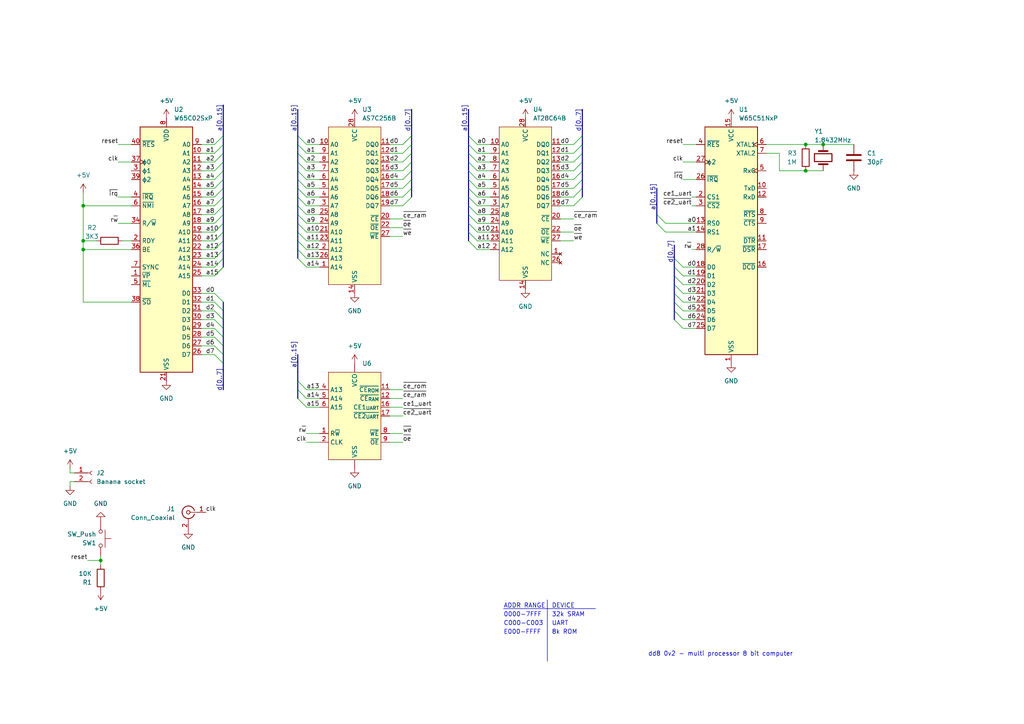
<source format=kicad_sch>
(kicad_sch (version 20230121) (generator eeschema)
  (paper "A4")
  (lib_symbols
    (symbol "Connector:Conn_01x02_Socket" (pin_names (offset 1.016) hide)
      (property "Reference" "J" (at 0 2.54 0))
      (property "Value" "Conn_01x02_Socket" (at 0 -5.08 0))
      (symbol "Conn_01x02_Socket_1_1"
        (arc (start 0 -2.032) (mid -0.5058 -2.54) (end 0 -3.048) (stroke (width 0.1524)))
        (polyline (pts (xy -1.27 -2.54) (xy -0.508 -2.54)) (stroke (width 0.1524)))
        (polyline (pts (xy -1.27 0) (xy -0.508 0)) (stroke (width 0.1524)))
        (arc (start 0 0.508) (mid -0.5058 0) (end 0 -0.508) (stroke (width 0.1524)))
        (pin passive line (at -5.08 0 0) (length 3.81) (name "Pin_1") (number "1"))
        (pin passive line (at -5.08 -2.54 0) (length 3.81) (name "Pin_2") (number "2"))
      )
    )
    (symbol "Connector:Conn_Coaxial" (pin_names (offset 1.016) hide)
      (property "Reference" "J" (at 0.254 3.048 0))
      (property "Value" "Conn_Coaxial" (at 2.921 0 90))
      (symbol "Conn_Coaxial_0_1"
        (arc (start -1.778 -0.508) (mid 0.2311 -1.8066) (end 1.778 0) (stroke (width 0.254)))
        (polyline (pts (xy -2.54 0) (xy -0.508 0)))
        (polyline (pts (xy 0 -2.54) (xy 0 -1.778)))
        (circle (center 0 0) (radius 0.508) (stroke (width 0.2032)))
        (arc (start 1.778 0) (mid 0.2099 1.8101) (end -1.778 0.508) (stroke (width 0.254)))
      )
      (symbol "Conn_Coaxial_1_1"
        (pin passive line (at -5.08 0 0) (length 2.54) (name "In") (number "1"))
        (pin passive line (at 0 -5.08 90) (length 2.54) (name "Ext") (number "2"))
      )
    )
    (symbol "Device:C" (pin_numbers hide) (pin_names (offset 0.254))
      (property "Reference" "C" (at 0.635 2.54 0))
      (property "Value" "C" (at 0.635 -2.54 0))
      (symbol "C_0_1"
        (polyline (pts (xy -2.032 -0.762) (xy 2.032 -0.762)) (stroke (width 0.508)))
        (polyline (pts (xy -2.032 0.762) (xy 2.032 0.762)) (stroke (width 0.508)))
      )
      (symbol "C_1_1"
        (pin passive line (at 0 3.81 270) (length 2.794) (name "~") (number "1"))
        (pin passive line (at 0 -3.81 90) (length 2.794) (name "~") (number "2"))
      )
    )
    (symbol "Device:Crystal" (pin_numbers hide) (pin_names (offset 1.016) hide)
      (property "Reference" "Y" (at 0 3.81 0))
      (property "Value" "Crystal" (at 0 -3.81 0))
      (symbol "Crystal_0_1"
        (rectangle (start -1.143 2.54) (end 1.143 -2.54) (stroke (width 0.3048)))
        (polyline (pts (xy -2.54 0) (xy -1.905 0)))
        (polyline (pts (xy -1.905 -1.27) (xy -1.905 1.27)) (stroke (width 0.508)))
        (polyline (pts (xy 1.905 -1.27) (xy 1.905 1.27)) (stroke (width 0.508)))
        (polyline (pts (xy 2.54 0) (xy 1.905 0)))
      )
      (symbol "Crystal_1_1"
        (pin passive line (at -3.81 0 0) (length 1.27) (name "1") (number "1"))
        (pin passive line (at 3.81 0 180) (length 1.27) (name "2") (number "2"))
      )
    )
    (symbol "Device:R" (pin_numbers hide) (pin_names (offset 0))
      (property "Reference" "R" (at 2.032 0 90))
      (property "Value" "R" (at 0 0 90))
      (symbol "R_0_1"
        (rectangle (start -1.016 -2.54) (end 1.016 2.54) (stroke (width 0.254)))
      )
      (symbol "R_1_1"
        (pin passive line (at 0 3.81 270) (length 1.27) (name "~") (number "1"))
        (pin passive line (at 0 -3.81 90) (length 1.27) (name "~") (number "2"))
      )
    )
    (symbol "PCM_65xx-library:W65C02SxP"
      (property "Reference" "U" (at 2.54 40.64 0))
      (property "Value" "W65C02SxP" (at 2.54 38.1 0))
      (symbol "W65C02SxP_0_1"
        (rectangle (start -7.62 35.56) (end 7.62 -35.56) (stroke (width 0.254)) (fill (type background)))
      )
      (symbol "W65C02SxP_1_1"
        (pin output line (at -10.16 -7.62 0) (length 2.54) (name "~{VP}") (number "1"))
        (pin tri_state line (at 10.16 27.94 180) (length 2.54) (name "A1") (number "10"))
        (pin tri_state line (at 10.16 25.4 180) (length 2.54) (name "A2") (number "11"))
        (pin tri_state line (at 10.16 22.86 180) (length 2.54) (name "A3") (number "12"))
        (pin tri_state line (at 10.16 20.32 180) (length 2.54) (name "A4") (number "13"))
        (pin tri_state line (at 10.16 17.78 180) (length 2.54) (name "A5") (number "14"))
        (pin tri_state line (at 10.16 15.24 180) (length 2.54) (name "A6") (number "15"))
        (pin tri_state line (at 10.16 12.7 180) (length 2.54) (name "A7") (number "16"))
        (pin tri_state line (at 10.16 10.16 180) (length 2.54) (name "A8") (number "17"))
        (pin tri_state line (at 10.16 7.62 180) (length 2.54) (name "A9") (number "18"))
        (pin tri_state line (at 10.16 5.08 180) (length 2.54) (name "A10") (number "19"))
        (pin open_collector line (at -10.16 2.54 0) (length 2.54) (name "RDY") (number "2"))
        (pin tri_state line (at 10.16 2.54 180) (length 2.54) (name "A11") (number "20"))
        (pin power_in line (at 0 -38.1 90) (length 2.54) (name "VSS") (number "21"))
        (pin tri_state line (at 10.16 0 180) (length 2.54) (name "A12") (number "22"))
        (pin tri_state line (at 10.16 -2.54 180) (length 2.54) (name "A13") (number "23"))
        (pin tri_state line (at 10.16 -5.08 180) (length 2.54) (name "A14") (number "24"))
        (pin tri_state line (at 10.16 -7.62 180) (length 2.54) (name "A15") (number "25"))
        (pin bidirectional line (at 10.16 -30.48 180) (length 2.54) (name "D7") (number "26"))
        (pin bidirectional line (at 10.16 -27.94 180) (length 2.54) (name "D6") (number "27"))
        (pin bidirectional line (at 10.16 -25.4 180) (length 2.54) (name "D5") (number "28"))
        (pin bidirectional line (at 10.16 -22.86 180) (length 2.54) (name "D4") (number "29"))
        (pin output line (at -10.16 22.86 0) (length 2.54) (name "ϕ1") (number "3"))
        (pin bidirectional line (at 10.16 -20.32 180) (length 2.54) (name "D3") (number "30"))
        (pin bidirectional line (at 10.16 -17.78 180) (length 2.54) (name "D2") (number "31"))
        (pin bidirectional line (at 10.16 -15.24 180) (length 2.54) (name "D1") (number "32"))
        (pin bidirectional line (at 10.16 -12.7 180) (length 2.54) (name "D0") (number "33"))
        (pin tri_state line (at -10.16 7.62 0) (length 2.54) (name "R/~{W}") (number "34"))
        (pin no_connect non_logic (at -7.62 -30.48 0) (length 2.54) hide (name "nc") (number "35"))
        (pin input line (at -10.16 0 0) (length 2.54) (name "BE") (number "36"))
        (pin input clock (at -10.16 25.4 0) (length 2.54) (name "ϕ0") (number "37"))
        (pin input line (at -10.16 -15.24 0) (length 2.54) (name "~{SO}") (number "38"))
        (pin output line (at -10.16 20.32 0) (length 2.54) (name "ϕ2") (number "39"))
        (pin input line (at -10.16 15.24 0) (length 2.54) (name "~{IRQ}") (number "4"))
        (pin input line (at -10.16 30.48 0) (length 2.54) (name "~{RES}") (number "40"))
        (pin output line (at -10.16 -10.16 0) (length 2.54) (name "~{ML}") (number "5"))
        (pin input line (at -10.16 12.7 0) (length 2.54) (name "~{NMI}") (number "6"))
        (pin output line (at -10.16 -5.08 0) (length 2.54) (name "SYNC") (number "7"))
        (pin power_in line (at 0 38.1 270) (length 2.54) (name "VDD") (number "8"))
        (pin tri_state line (at 10.16 30.48 180) (length 2.54) (name "A0") (number "9"))
      )
    )
    (symbol "PCM_65xx-library:W65C51NxP"
      (property "Reference" "U" (at 2.54 38.1 0))
      (property "Value" "W65C51NxP" (at 2.54 35.56 0))
      (symbol "W65C51NxP_0_1"
        (rectangle (start -7.62 33.02) (end 7.62 -33.02) (stroke (width 0.254)) (fill (type background)))
      )
      (symbol "W65C51NxP_1_1"
        (pin power_in line (at 0 -35.56 90) (length 2.54) (name "VSS") (number "1"))
        (pin output line (at 10.16 15.24 180) (length 2.54) (name "TxD") (number "10"))
        (pin output line (at 10.16 0 180) (length 2.54) (name "~{DTR}") (number "11"))
        (pin input line (at 10.16 12.7 180) (length 2.54) (name "RxD") (number "12"))
        (pin input line (at -10.16 5.08 0) (length 2.54) (name "RS0") (number "13"))
        (pin input line (at -10.16 2.54 0) (length 2.54) (name "RS1") (number "14"))
        (pin power_in line (at 0 35.56 270) (length 2.54) (name "VCC") (number "15"))
        (pin input line (at 10.16 -7.62 180) (length 2.54) (name "~{DCD}") (number "16"))
        (pin input line (at 10.16 -2.54 180) (length 2.54) (name "~{DSR}") (number "17"))
        (pin bidirectional line (at -10.16 -7.62 0) (length 2.54) (name "D0") (number "18"))
        (pin bidirectional line (at -10.16 -10.16 0) (length 2.54) (name "D1") (number "19"))
        (pin input line (at -10.16 12.7 0) (length 2.54) (name "CS1") (number "2"))
        (pin bidirectional line (at -10.16 -12.7 0) (length 2.54) (name "D2") (number "20"))
        (pin bidirectional line (at -10.16 -15.24 0) (length 2.54) (name "D3") (number "21"))
        (pin bidirectional line (at -10.16 -17.78 0) (length 2.54) (name "D4") (number "22"))
        (pin bidirectional line (at -10.16 -20.32 0) (length 2.54) (name "D5") (number "23"))
        (pin bidirectional line (at -10.16 -22.86 0) (length 2.54) (name "D6") (number "24"))
        (pin bidirectional line (at -10.16 -25.4 0) (length 2.54) (name "D7") (number "25"))
        (pin open_collector line (at -10.16 17.78 0) (length 2.54) (name "~{IRQ}") (number "26"))
        (pin input clock (at -10.16 22.86 0) (length 2.54) (name "ϕ2") (number "27"))
        (pin input line (at -10.16 -2.54 0) (length 2.54) (name "R/~{W}") (number "28"))
        (pin input line (at -10.16 10.16 0) (length 2.54) (name "~{CS2}") (number "3"))
        (pin input line (at -10.16 27.94 0) (length 2.54) (name "~{RES}") (number "4"))
        (pin bidirectional clock (at 10.16 20.32 180) (length 2.54) (name "RxC") (number "5"))
        (pin input clock (at 10.16 27.94 180) (length 2.54) (name "XTAL1") (number "6"))
        (pin output line (at 10.16 25.4 180) (length 2.54) (name "XTAL2") (number "7"))
        (pin output line (at 10.16 7.62 180) (length 2.54) (name "~{RTS}") (number "8"))
        (pin input line (at 10.16 5.08 180) (length 2.54) (name "~{CTS}") (number "9"))
      )
    )
    (symbol "Switch:SW_Push" (pin_numbers hide) (pin_names (offset 1.016) hide)
      (property "Reference" "SW" (at 1.27 2.54 0))
      (property "Value" "SW_Push" (at 0 -1.524 0))
      (symbol "SW_Push_0_1"
        (circle (center -2.032 0) (radius 0.508))
        (polyline (pts (xy 0 1.27) (xy 0 3.048)))
        (polyline (pts (xy 2.54 1.27) (xy -2.54 1.27)))
        (circle (center 2.032 0) (radius 0.508))
        (pin passive line (at -5.08 0 0) (length 2.54) (name "1") (number "1"))
        (pin passive line (at 5.08 0 180) (length 2.54) (name "2") (number "2"))
      )
    )
    (symbol "dd8_components_library:AS7C256B"
      (property "Reference" "U" (at 2.54 25.4 0))
      (property "Value" "AS7C256B" (at 6.35 22.86 0))
      (symbol "AS7C256B_1_1"
        (rectangle (start -7.62 21.59) (end 7.62 -24.13) (fill (type background)))
        (pin input line (at -10.16 -19.05 0) (length 2.54) (name "A14") (number "1"))
        (pin input line (at -10.16 16.51 0) (length 2.54) (name "A0") (number "10"))
        (pin tri_state line (at 10.16 16.51 180) (length 2.54) (name "DQ0") (number "11"))
        (pin tri_state line (at 10.16 13.97 180) (length 2.54) (name "DQ1") (number "12"))
        (pin tri_state line (at 10.16 11.43 180) (length 2.54) (name "DQ2") (number "13"))
        (pin power_in line (at 0 -26.67 90) (length 2.54) (name "VSS") (number "14"))
        (pin tri_state line (at 10.16 8.89 180) (length 2.54) (name "DQ3") (number "15"))
        (pin tri_state line (at 10.16 6.35 180) (length 2.54) (name "DQ4") (number "16"))
        (pin tri_state line (at 10.16 3.81 180) (length 2.54) (name "DQ5") (number "17"))
        (pin tri_state line (at 10.16 1.27 180) (length 2.54) (name "DQ6") (number "18"))
        (pin tri_state line (at 10.16 -1.27 180) (length 2.54) (name "DQ7") (number "19"))
        (pin input line (at -10.16 -13.97 0) (length 2.54) (name "A12") (number "2"))
        (pin input line (at 10.16 -5.08 180) (length 2.54) (name "~{CE}") (number "20"))
        (pin input line (at -10.16 -8.89 0) (length 2.54) (name "A10") (number "21"))
        (pin input line (at 10.16 -7.62 180) (length 2.54) (name "~{OE}") (number "22"))
        (pin input line (at -10.16 -11.43 0) (length 2.54) (name "A11") (number "23"))
        (pin input line (at -10.16 -6.35 0) (length 2.54) (name "A9") (number "24"))
        (pin input line (at -10.16 -3.81 0) (length 2.54) (name "A8") (number "25"))
        (pin input line (at -10.16 -16.51 0) (length 2.54) (name "A13") (number "26"))
        (pin input line (at 10.16 -10.16 180) (length 2.54) (name "~{WE}") (number "27"))
        (pin power_in line (at 0 24.13 270) (length 2.54) (name "VCC") (number "28"))
        (pin input line (at -10.16 -1.27 0) (length 2.54) (name "A7") (number "3"))
        (pin input line (at -10.16 1.27 0) (length 2.54) (name "A6") (number "4"))
        (pin input line (at -10.16 3.81 0) (length 2.54) (name "A5") (number "5"))
        (pin input line (at -10.16 6.35 0) (length 2.54) (name "A4") (number "6"))
        (pin input line (at -10.16 8.89 0) (length 2.54) (name "A3") (number "7"))
        (pin input line (at -10.16 11.43 0) (length 2.54) (name "A2") (number "8"))
        (pin input line (at -10.16 13.97 0) (length 2.54) (name "A1") (number "9"))
      )
    )
    (symbol "dd8_components_library:AT28C64B"
      (property "Reference" "U" (at 2.54 24.13 0))
      (property "Value" "AT28C64B" (at 6.35 21.59 0))
      (symbol "AT28C64B_1_1"
        (rectangle (start -7.62 19.05) (end 7.62 -25.4) (fill (type background)))
        (pin no_connect line (at 10.16 -17.78 180) (length 2.54) (name "NC") (number "1"))
        (pin input line (at -10.16 13.97 0) (length 2.54) (name "A0") (number "10"))
        (pin tri_state line (at 10.16 13.97 180) (length 2.54) (name "DQ0") (number "11"))
        (pin tri_state line (at 10.16 11.43 180) (length 2.54) (name "DQ1") (number "12"))
        (pin tri_state line (at 10.16 8.89 180) (length 2.54) (name "DQ2") (number "13"))
        (pin power_in line (at 0 -27.94 90) (length 2.54) (name "VSS") (number "14"))
        (pin tri_state line (at 10.16 6.35 180) (length 2.54) (name "DQ3") (number "15"))
        (pin tri_state line (at 10.16 3.81 180) (length 2.54) (name "DQ4") (number "16"))
        (pin tri_state line (at 10.16 1.27 180) (length 2.54) (name "DQ5") (number "17"))
        (pin tri_state line (at 10.16 -1.27 180) (length 2.54) (name "DQ6") (number "18"))
        (pin tri_state line (at 10.16 -3.81 180) (length 2.54) (name "DQ7") (number "19"))
        (pin input line (at -10.16 -16.51 0) (length 2.54) (name "A12") (number "2"))
        (pin input line (at 10.16 -7.62 180) (length 2.54) (name "~{CE}") (number "20"))
        (pin input line (at -10.16 -11.43 0) (length 2.54) (name "A10") (number "21"))
        (pin input line (at 10.16 -11.43 180) (length 2.54) (name "~{OE}") (number "22"))
        (pin input line (at -10.16 -13.97 0) (length 2.54) (name "A11") (number "23"))
        (pin input line (at -10.16 -8.89 0) (length 2.54) (name "A9") (number "24"))
        (pin input line (at -10.16 -6.35 0) (length 2.54) (name "A8") (number "25"))
        (pin no_connect line (at 10.16 -20.32 180) (length 2.54) (name "NC") (number "26"))
        (pin input line (at 10.16 -13.97 180) (length 2.54) (name "~{WE}") (number "27"))
        (pin power_in line (at 0 21.59 270) (length 2.54) (name "VCC") (number "28"))
        (pin input line (at -10.16 -3.81 0) (length 2.54) (name "A7") (number "3"))
        (pin input line (at -10.16 -1.27 0) (length 2.54) (name "A6") (number "4"))
        (pin input line (at -10.16 1.27 0) (length 2.54) (name "A5") (number "5"))
        (pin input line (at -10.16 3.81 0) (length 2.54) (name "A4") (number "6"))
        (pin input line (at -10.16 6.35 0) (length 2.54) (name "A3") (number "7"))
        (pin input line (at -10.16 8.89 0) (length 2.54) (name "A2") (number "8"))
        (pin input line (at -10.16 11.43 0) (length 2.54) (name "A1") (number "9"))
      )
    )
    (symbol "ics_0v2_1"
      (property "Reference" "U" (at 2.54 17.78 0))
      (symbol "ics_0v2_1_1_1"
        (rectangle (start -7.62 12.7) (end 7.62 -12.7) (fill (type background)))
        (pin power_in line (at 0 15.24 270) (length 2.54) (name "VCC") (number ""))
        (pin power_in line (at 0 -15.24 90) (length 2.54) (name "VSS") (number ""))
        (pin input line (at -10.16 -5.08 0) (length 2.54) (name "R~{W}") (number "1"))
        (pin output line (at 10.16 7.62 180) (length 2.54) (name "~{CE_{ROM}}") (number "11"))
        (pin output line (at 10.16 5.08 180) (length 2.54) (name "~{CE_{RAM}}") (number "12"))
        (pin output line (at 10.16 2.54 180) (length 2.54) (name "CE1_{UART}") (number "16"))
        (pin output line (at 10.16 0 180) (length 2.54) (name "~{CE2_{UART}}") (number "17"))
        (pin input line (at -10.16 -7.62 0) (length 2.54) (name "CLK") (number "2"))
        (pin input line (at -10.16 7.62 0) (length 2.54) (name "A13") (number "4"))
        (pin input line (at -10.16 5.08 0) (length 2.54) (name "A14") (number "5"))
        (pin input line (at -10.16 2.54 0) (length 2.54) (name "A15") (number "6"))
        (pin output line (at 10.16 -5.08 180) (length 2.54) (name "~{WE}") (number "8"))
        (pin output line (at 10.16 -7.62 180) (length 2.54) (name "~{OE}") (number "9"))
      )
    )
    (symbol "power:+5V" (power) (pin_names (offset 0))
      (property "Value" "+5V" (at 0 3.556 0))
      (symbol "+5V_0_1"
        (polyline (pts (xy -0.762 1.27) (xy 0 2.54)))
        (polyline (pts (xy 0 0) (xy 0 2.54)))
        (polyline (pts (xy 0 2.54) (xy 0.762 1.27)))
      )
      (symbol "+5V_1_1"
        (pin power_in line (at 0 0 90) (length 0) hide (name "+5V") (number "1"))
      )
    )
    (symbol "power:GND" (power) (pin_names (offset 0))
      (property "Value" "GND" (at 0 -3.81 0))
      (symbol "GND_0_1"
        (polyline (pts (xy 0 0) (xy 0 -1.27) (xy 1.27 -1.27) (xy 0 -2.54) (xy -1.27 -1.27) (xy 0 -1.27)))
      )
      (symbol "GND_1_1"
        (pin power_in line (at 0 0 270) (length 0) hide (name "GND") (number "1"))
      )
    )
  )
  (junction (at 238.76 41.91))
  (junction (at 24.13 69.85))
  (junction (at 233.68 41.91))
  (junction (at 233.68 49.53))
  (junction (at 24.13 59.69))
  (junction (at 24.13 72.39))
  (junction (at 29.21 162.56))
  (bus_entry (at 116.84 59.69) (size 2.54 -2.54))
  (bus_entry (at 86.36 113.03) (size 2.54 2.54))
  (bus_entry (at 116.84 54.61) (size 2.54 -2.54))
  (bus_entry (at 86.36 115.57) (size 2.54 2.54))
  (bus_entry (at 62.23 95.25) (size 2.54 2.54))
  (bus_entry (at 198.12 95.25) (size -2.54 -2.54))
  (bus_entry (at 62.23 67.31) (size 2.54 -2.54))
  (bus_entry (at 166.37 46.99) (size 2.54 -2.54))
  (bus_entry (at 62.23 100.33) (size 2.54 2.54))
  (bus_entry (at 135.89 46.99) (size 2.54 2.54))
  (bus_entry (at 62.23 80.01) (size 2.54 -2.54))
  (bus_entry (at 198.12 85.09) (size -2.54 -2.54))
  (bus_entry (at 86.36 49.53) (size 2.54 2.54))
  (bus_entry (at 198.12 92.71) (size -2.54 -2.54))
  (bus_entry (at 86.36 52.07) (size 2.54 2.54))
  (bus_entry (at 62.23 46.99) (size 2.54 -2.54))
  (bus_entry (at 135.89 41.91) (size 2.54 2.54))
  (bus_entry (at 135.89 39.37) (size 2.54 2.54))
  (bus_entry (at 116.84 41.91) (size 2.54 -2.54))
  (bus_entry (at 62.23 59.69) (size 2.54 -2.54))
  (bus_entry (at 86.36 74.93) (size 2.54 2.54))
  (bus_entry (at 62.23 69.85) (size 2.54 -2.54))
  (bus_entry (at 62.23 64.77) (size 2.54 -2.54))
  (bus_entry (at 135.89 67.31) (size 2.54 2.54))
  (bus_entry (at 62.23 62.23) (size 2.54 -2.54))
  (bus_entry (at 166.37 57.15) (size 2.54 -2.54))
  (bus_entry (at 135.89 49.53) (size 2.54 2.54))
  (bus_entry (at 190.5 64.77) (size 2.54 2.54))
  (bus_entry (at 62.23 41.91) (size 2.54 -2.54))
  (bus_entry (at 135.89 57.15) (size 2.54 2.54))
  (bus_entry (at 62.23 102.87) (size 2.54 2.54))
  (bus_entry (at 86.36 110.49) (size 2.54 2.54))
  (bus_entry (at 166.37 49.53) (size 2.54 -2.54))
  (bus_entry (at 62.23 44.45) (size 2.54 -2.54))
  (bus_entry (at 86.36 69.85) (size 2.54 2.54))
  (bus_entry (at 116.84 49.53) (size 2.54 -2.54))
  (bus_entry (at 86.36 44.45) (size 2.54 2.54))
  (bus_entry (at 135.89 52.07) (size 2.54 2.54))
  (bus_entry (at 116.84 57.15) (size 2.54 -2.54))
  (bus_entry (at 116.84 52.07) (size 2.54 -2.54))
  (bus_entry (at 198.12 87.63) (size -2.54 -2.54))
  (bus_entry (at 135.89 69.85) (size 2.54 2.54))
  (bus_entry (at 166.37 54.61) (size 2.54 -2.54))
  (bus_entry (at 135.89 59.69) (size 2.54 2.54))
  (bus_entry (at 198.12 80.01) (size -2.54 -2.54))
  (bus_entry (at 198.12 77.47) (size -2.54 -2.54))
  (bus_entry (at 166.37 52.07) (size 2.54 -2.54))
  (bus_entry (at 62.23 57.15) (size 2.54 -2.54))
  (bus_entry (at 166.37 44.45) (size 2.54 -2.54))
  (bus_entry (at 135.89 44.45) (size 2.54 2.54))
  (bus_entry (at 86.36 72.39) (size 2.54 2.54))
  (bus_entry (at 198.12 82.55) (size -2.54 -2.54))
  (bus_entry (at 116.84 44.45) (size 2.54 -2.54))
  (bus_entry (at 62.23 74.93) (size 2.54 -2.54))
  (bus_entry (at 62.23 77.47) (size 2.54 -2.54))
  (bus_entry (at 86.36 62.23) (size 2.54 2.54))
  (bus_entry (at 86.36 39.37) (size 2.54 2.54))
  (bus_entry (at 166.37 41.91) (size 2.54 -2.54))
  (bus_entry (at 62.23 97.79) (size 2.54 2.54))
  (bus_entry (at 86.36 41.91) (size 2.54 2.54))
  (bus_entry (at 116.84 46.99) (size 2.54 -2.54))
  (bus_entry (at 62.23 80.01) (size 2.54 -2.54))
  (bus_entry (at 62.23 72.39) (size 2.54 -2.54))
  (bus_entry (at 86.36 67.31) (size 2.54 2.54))
  (bus_entry (at 62.23 85.09) (size 2.54 2.54))
  (bus_entry (at 62.23 54.61) (size 2.54 -2.54))
  (bus_entry (at 62.23 92.71) (size 2.54 2.54))
  (bus_entry (at 86.36 54.61) (size 2.54 2.54))
  (bus_entry (at 86.36 64.77) (size 2.54 2.54))
  (bus_entry (at 135.89 62.23) (size 2.54 2.54))
  (bus_entry (at 135.89 64.77) (size 2.54 2.54))
  (bus_entry (at 62.23 52.07) (size 2.54 -2.54))
  (bus_entry (at 62.23 90.17) (size 2.54 2.54))
  (bus_entry (at 86.36 57.15) (size 2.54 2.54))
  (bus_entry (at 86.36 59.69) (size 2.54 2.54))
  (bus_entry (at 135.89 54.61) (size 2.54 2.54))
  (bus_entry (at 86.36 46.99) (size 2.54 2.54))
  (bus_entry (at 62.23 87.63) (size 2.54 2.54))
  (bus_entry (at 166.37 59.69) (size 2.54 -2.54))
  (bus_entry (at 198.12 90.17) (size -2.54 -2.54))
  (bus_entry (at 190.5 62.23) (size 2.54 2.54))
  (bus_entry (at 62.23 49.53) (size 2.54 -2.54))
  (bus (pts (xy 64.77 90.17) (xy 64.77 92.71)))
  (wire (pts (xy 88.9 77.47) (xy 92.71 77.47)))
  (wire (pts (xy 88.9 72.39) (xy 92.71 72.39)))
  (wire (pts (xy 162.56 49.53) (xy 166.37 49.53)))
  (wire (pts (xy 88.9 44.45) (xy 92.71 44.45)))
  (wire (pts (xy 58.42 62.23) (xy 62.23 62.23)))
  (wire (pts (xy 162.56 52.07) (xy 166.37 52.07)))
  (bus (pts (xy 86.36 110.49) (xy 86.36 113.03)))
  (wire (pts (xy 20.32 139.7) (xy 20.32 140.97)))
  (bus (pts (xy 64.77 74.93) (xy 64.77 72.39)))
  (wire (pts (xy 34.29 57.15) (xy 38.1 57.15)))
  (wire (pts (xy 58.42 102.87) (xy 62.23 102.87)))
  (wire (pts (xy 24.13 72.39) (xy 38.1 72.39)))
  (bus (pts (xy 64.77 54.61) (xy 64.77 52.07)))
  (bus (pts (xy 135.89 54.61) (xy 135.89 57.15)))
  (wire (pts (xy 138.43 72.39) (xy 142.24 72.39)))
  (wire (pts (xy 24.13 72.39) (xy 24.13 87.63)))
  (wire (pts (xy 88.9 69.85) (xy 92.71 69.85)))
  (wire (pts (xy 113.03 128.27) (xy 116.84 128.27)))
  (bus (pts (xy 86.36 57.15) (xy 86.36 59.69)))
  (wire (pts (xy 58.42 72.39) (xy 62.23 72.39)))
  (wire (pts (xy 88.9 128.27) (xy 92.71 128.27)))
  (bus (pts (xy 64.77 64.77) (xy 64.77 62.23)))
  (wire (pts (xy 113.03 54.61) (xy 116.84 54.61)))
  (wire (pts (xy 58.42 74.93) (xy 62.23 74.93)))
  (wire (pts (xy 113.03 115.57) (xy 116.84 115.57)))
  (wire (pts (xy 58.42 100.33) (xy 62.23 100.33)))
  (bus (pts (xy 135.89 52.07) (xy 135.89 54.61)))
  (wire (pts (xy 58.42 95.25) (xy 62.23 95.25)))
  (bus (pts (xy 190.5 62.23) (xy 190.5 64.77)))
  (wire (pts (xy 138.43 41.91) (xy 142.24 41.91)))
  (bus (pts (xy 64.77 49.53) (xy 64.77 46.99)))
  (bus (pts (xy 64.77 72.39) (xy 64.77 69.85)))
  (bus (pts (xy 168.91 39.37) (xy 168.91 41.91)))
  (wire (pts (xy 58.42 52.07) (xy 62.23 52.07)))
  (wire (pts (xy 88.9 74.93) (xy 92.71 74.93)))
  (wire (pts (xy 226.06 49.53) (xy 233.68 49.53)))
  (wire (pts (xy 24.13 55.88) (xy 24.13 59.69)))
  (wire (pts (xy 88.9 54.61) (xy 92.71 54.61)))
  (polyline (pts (xy 158.75 173.99) (xy 158.75 191.77)))
  (wire (pts (xy 35.56 69.85) (xy 38.1 69.85)))
  (wire (pts (xy 29.21 163.83) (xy 29.21 162.56)))
  (wire (pts (xy 34.29 64.77) (xy 38.1 64.77)))
  (wire (pts (xy 198.12 46.99) (xy 201.93 46.99)))
  (bus (pts (xy 119.38 49.53) (xy 119.38 52.07)))
  (wire (pts (xy 200.66 72.39) (xy 201.93 72.39)))
  (bus (pts (xy 86.36 72.39) (xy 86.36 74.93)))
  (wire (pts (xy 201.93 82.55) (xy 198.12 82.55)))
  (polyline (pts (xy 146.05 176.53) (xy 172.72 176.53)))
  (wire (pts (xy 113.03 41.91) (xy 116.84 41.91)))
  (wire (pts (xy 113.03 46.99) (xy 116.84 46.99)))
  (bus (pts (xy 135.89 57.15) (xy 135.89 59.69)))
  (wire (pts (xy 201.93 77.47) (xy 198.12 77.47)))
  (wire (pts (xy 138.43 69.85) (xy 142.24 69.85)))
  (bus (pts (xy 86.36 59.69) (xy 86.36 62.23)))
  (wire (pts (xy 58.42 57.15) (xy 62.23 57.15)))
  (bus (pts (xy 195.58 77.47) (xy 195.58 80.01)))
  (bus (pts (xy 86.36 107.95) (xy 86.36 110.49)))
  (bus (pts (xy 119.38 31.75) (xy 119.38 39.37)))
  (bus (pts (xy 195.58 87.63) (xy 195.58 90.17)))
  (wire (pts (xy 201.93 92.71) (xy 198.12 92.71)))
  (wire (pts (xy 88.9 46.99) (xy 92.71 46.99)))
  (bus (pts (xy 64.77 57.15) (xy 64.77 54.61)))
  (wire (pts (xy 113.03 120.65) (xy 116.84 120.65)))
  (wire (pts (xy 58.42 44.45) (xy 62.23 44.45)))
  (wire (pts (xy 113.03 59.69) (xy 116.84 59.69)))
  (bus (pts (xy 135.89 46.99) (xy 135.89 49.53)))
  (bus (pts (xy 86.36 54.61) (xy 86.36 57.15)))
  (wire (pts (xy 233.68 49.53) (xy 238.76 49.53)))
  (bus (pts (xy 64.77 30.48) (xy 64.77 39.37)))
  (wire (pts (xy 201.93 95.25) (xy 198.12 95.25)))
  (wire (pts (xy 88.9 52.07) (xy 92.71 52.07)))
  (bus (pts (xy 86.36 49.53) (xy 86.36 52.07)))
  (bus (pts (xy 168.91 41.91) (xy 168.91 44.45)))
  (bus (pts (xy 168.91 52.07) (xy 168.91 54.61)))
  (wire (pts (xy 113.03 49.53) (xy 116.84 49.53)))
  (bus (pts (xy 64.77 102.87) (xy 64.77 105.41)))
  (wire (pts (xy 58.42 90.17) (xy 62.23 90.17)))
  (bus (pts (xy 86.36 52.07) (xy 86.36 54.61)))
  (wire (pts (xy 138.43 52.07) (xy 142.24 52.07)))
  (wire (pts (xy 88.9 67.31) (xy 92.71 67.31)))
  (wire (pts (xy 138.43 64.77) (xy 142.24 64.77)))
  (bus (pts (xy 86.36 44.45) (xy 86.36 46.99)))
  (wire (pts (xy 113.03 118.11) (xy 116.84 118.11)))
  (wire (pts (xy 58.42 46.99) (xy 62.23 46.99)))
  (bus (pts (xy 86.36 69.85) (xy 86.36 72.39)))
  (wire (pts (xy 58.42 87.63) (xy 62.23 87.63)))
  (bus (pts (xy 135.89 67.31) (xy 135.89 69.85)))
  (wire (pts (xy 162.56 44.45) (xy 166.37 44.45)))
  (wire (pts (xy 138.43 54.61) (xy 142.24 54.61)))
  (bus (pts (xy 64.77 59.69) (xy 64.77 57.15)))
  (wire (pts (xy 138.43 44.45) (xy 142.24 44.45)))
  (wire (pts (xy 193.04 67.31) (xy 201.93 67.31)))
  (wire (pts (xy 193.04 64.77) (xy 201.93 64.77)))
  (bus (pts (xy 195.58 82.55) (xy 195.58 85.09)))
  (bus (pts (xy 64.77 100.33) (xy 64.77 102.87)))
  (bus (pts (xy 190.5 54.61) (xy 190.5 62.23)))
  (wire (pts (xy 113.03 125.73) (xy 116.84 125.73)))
  (wire (pts (xy 88.9 62.23) (xy 92.71 62.23)))
  (wire (pts (xy 162.56 41.91) (xy 166.37 41.91)))
  (bus (pts (xy 195.58 71.12) (xy 195.58 74.93)))
  (bus (pts (xy 135.89 59.69) (xy 135.89 62.23)))
  (wire (pts (xy 201.93 80.01) (xy 198.12 80.01)))
  (wire (pts (xy 113.03 113.03) (xy 116.84 113.03)))
  (wire (pts (xy 226.06 44.45) (xy 226.06 49.53)))
  (wire (pts (xy 88.9 113.03) (xy 92.71 113.03)))
  (wire (pts (xy 162.56 59.69) (xy 166.37 59.69)))
  (bus (pts (xy 135.89 49.53) (xy 135.89 52.07)))
  (bus (pts (xy 168.91 49.53) (xy 168.91 52.07)))
  (bus (pts (xy 119.38 39.37) (xy 119.38 41.91)))
  (bus (pts (xy 64.77 92.71) (xy 64.77 95.25)))
  (bus (pts (xy 86.36 102.87) (xy 86.36 107.95)))
  (bus (pts (xy 135.89 31.75) (xy 135.89 39.37)))
  (bus (pts (xy 119.38 54.61) (xy 119.38 57.15)))
  (wire (pts (xy 88.9 49.53) (xy 92.71 49.53)))
  (wire (pts (xy 21.59 137.16) (xy 20.32 137.16)))
  (bus (pts (xy 195.58 90.17) (xy 195.58 92.71)))
  (wire (pts (xy 201.93 87.63) (xy 198.12 87.63)))
  (wire (pts (xy 21.59 139.7) (xy 20.32 139.7)))
  (bus (pts (xy 195.58 74.93) (xy 195.58 77.47)))
  (wire (pts (xy 113.03 52.07) (xy 116.84 52.07)))
  (bus (pts (xy 168.91 44.45) (xy 168.91 46.99)))
  (bus (pts (xy 119.38 41.91) (xy 119.38 44.45)))
  (bus (pts (xy 195.58 85.09) (xy 195.58 87.63)))
  (wire (pts (xy 162.56 54.61) (xy 166.37 54.61)))
  (wire (pts (xy 162.56 67.31) (xy 166.37 67.31)))
  (wire (pts (xy 138.43 59.69) (xy 142.24 59.69)))
  (bus (pts (xy 64.77 105.41) (xy 64.77 113.03)))
  (wire (pts (xy 58.42 69.85) (xy 62.23 69.85)))
  (wire (pts (xy 88.9 118.11) (xy 92.71 118.11)))
  (wire (pts (xy 113.03 63.5) (xy 116.84 63.5)))
  (wire (pts (xy 58.42 59.69) (xy 62.23 59.69)))
  (bus (pts (xy 64.77 41.91) (xy 64.77 39.37)))
  (wire (pts (xy 200.66 57.15) (xy 201.93 57.15)))
  (wire (pts (xy 58.42 67.31) (xy 62.23 67.31)))
  (wire (pts (xy 201.93 85.09) (xy 198.12 85.09)))
  (wire (pts (xy 58.42 54.61) (xy 62.23 54.61)))
  (wire (pts (xy 138.43 46.99) (xy 142.24 46.99)))
  (bus (pts (xy 64.77 67.31) (xy 64.77 64.77)))
  (wire (pts (xy 58.42 49.53) (xy 62.23 49.53)))
  (wire (pts (xy 58.42 85.09) (xy 62.23 85.09)))
  (wire (pts (xy 88.9 59.69) (xy 92.71 59.69)))
  (wire (pts (xy 200.66 59.69) (xy 201.93 59.69)))
  (wire (pts (xy 58.42 97.79) (xy 62.23 97.79)))
  (bus (pts (xy 86.36 31.75) (xy 86.36 39.37)))
  (bus (pts (xy 64.77 52.07) (xy 64.77 49.53)))
  (wire (pts (xy 138.43 67.31) (xy 142.24 67.31)))
  (bus (pts (xy 135.89 39.37) (xy 135.89 41.91)))
  (wire (pts (xy 24.13 87.63) (xy 38.1 87.63)))
  (wire (pts (xy 162.56 69.85) (xy 166.37 69.85)))
  (bus (pts (xy 119.38 46.99) (xy 119.38 49.53)))
  (wire (pts (xy 29.21 162.56) (xy 29.21 161.29)))
  (bus (pts (xy 195.58 80.01) (xy 195.58 82.55)))
  (wire (pts (xy 29.21 162.56) (xy 25.4 162.56)))
  (bus (pts (xy 64.77 44.45) (xy 64.77 41.91)))
  (wire (pts (xy 113.03 66.04) (xy 116.84 66.04)))
  (bus (pts (xy 86.36 67.31) (xy 86.36 69.85)))
  (wire (pts (xy 58.42 92.71) (xy 62.23 92.71)))
  (wire (pts (xy 162.56 57.15) (xy 166.37 57.15)))
  (bus (pts (xy 64.77 62.23) (xy 64.77 59.69)))
  (wire (pts (xy 88.9 64.77) (xy 92.71 64.77)))
  (wire (pts (xy 24.13 69.85) (xy 27.94 69.85)))
  (wire (pts (xy 113.03 68.58) (xy 116.84 68.58)))
  (wire (pts (xy 88.9 57.15) (xy 92.71 57.15)))
  (wire (pts (xy 24.13 59.69) (xy 24.13 69.85)))
  (wire (pts (xy 88.9 115.57) (xy 92.71 115.57)))
  (wire (pts (xy 162.56 46.99) (xy 166.37 46.99)))
  (bus (pts (xy 135.89 62.23) (xy 135.89 64.77)))
  (wire (pts (xy 198.12 52.07) (xy 201.93 52.07)))
  (wire (pts (xy 24.13 69.85) (xy 24.13 72.39)))
  (bus (pts (xy 64.77 77.47) (xy 64.77 74.93)))
  (wire (pts (xy 222.25 44.45) (xy 226.06 44.45)))
  (bus (pts (xy 86.36 39.37) (xy 86.36 41.91)))
  (bus (pts (xy 168.91 54.61) (xy 168.91 57.15)))
  (bus (pts (xy 135.89 44.45) (xy 135.89 46.99)))
  (bus (pts (xy 64.77 97.79) (xy 64.77 100.33)))
  (bus (pts (xy 86.36 41.91) (xy 86.36 44.45)))
  (wire (pts (xy 34.29 41.91) (xy 38.1 41.91)))
  (wire (pts (xy 198.12 41.91) (xy 201.93 41.91)))
  (wire (pts (xy 34.29 46.99) (xy 38.1 46.99)))
  (wire (pts (xy 138.43 49.53) (xy 142.24 49.53)))
  (wire (pts (xy 138.43 57.15) (xy 142.24 57.15)))
  (wire (pts (xy 201.93 90.17) (xy 198.12 90.17)))
  (bus (pts (xy 119.38 44.45) (xy 119.38 46.99)))
  (bus (pts (xy 119.38 52.07) (xy 119.38 54.61)))
  (wire (pts (xy 88.9 41.91) (xy 92.71 41.91)))
  (bus (pts (xy 64.77 95.25) (xy 64.77 97.79)))
  (wire (pts (xy 20.32 135.89) (xy 20.32 137.16)))
  (bus (pts (xy 86.36 64.77) (xy 86.36 67.31)))
  (wire (pts (xy 238.76 41.91) (xy 247.65 41.91)))
  (bus (pts (xy 168.91 46.99) (xy 168.91 49.53)))
  (bus (pts (xy 135.89 64.77) (xy 135.89 67.31)))
  (bus (pts (xy 64.77 46.99) (xy 64.77 44.45)))
  (wire (pts (xy 138.43 62.23) (xy 142.24 62.23)))
  (wire (pts (xy 233.68 41.91) (xy 238.76 41.91)))
  (bus (pts (xy 64.77 87.63) (xy 64.77 90.17)))
  (wire (pts (xy 222.25 41.91) (xy 233.68 41.91)))
  (bus (pts (xy 168.91 31.75) (xy 168.91 39.37)))
  (bus (pts (xy 86.36 113.03) (xy 86.36 115.57)))
  (wire (pts (xy 58.42 77.47) (xy 62.23 77.47)))
  (bus (pts (xy 86.36 46.99) (xy 86.36 49.53)))
  (wire (pts (xy 24.13 59.69) (xy 38.1 59.69)))
  (wire (pts (xy 88.9 125.73) (xy 92.71 125.73)))
  (wire (pts (xy 58.42 64.77) (xy 62.23 64.77)))
  (wire (pts (xy 162.56 63.5) (xy 166.37 63.5)))
  (bus (pts (xy 135.89 41.91) (xy 135.89 44.45)))
  (wire (pts (xy 113.03 44.45) (xy 116.84 44.45)))
  (bus (pts (xy 64.77 69.85) (xy 64.77 67.31)))
  (wire (pts (xy 58.42 41.91) (xy 62.23 41.91)))
  (bus (pts (xy 86.36 62.23) (xy 86.36 64.77)))
  (wire (pts (xy 58.42 80.01) (xy 62.23 80.01)))
  (wire (pts (xy 113.03 57.15) (xy 116.84 57.15)))
  (text "C000-C003" (at 146.05 181.61 0) (effects (font (size 1.27 1.27)) (justify left bottom)))
  (text "E000-FFFF" (at 146.05 184.15 0) (effects (font (size 1.27 1.27)) (justify left bottom)))
  (text "32k SRAM" (at 160.02 179.07 0) (effects (font (size 1.27 1.27)) (justify left bottom)))
  (text "dd8 0v2 - multi processor 8 bit computer " (at 187.96 190.5 0) (effects (font (size 1.27 1.27)) (justify left bottom)))
  (text "0000-7FFF" (at 146.05 179.07 0) (effects (font (size 1.27 1.27)) (justify left bottom)))
  (text "ADDR RANGE" (at 146.05 176.53 0) (effects (font (size 1.27 1.27)) (justify left bottom)))
  (text "DEVICE" (at 160.02 176.53 0) (effects (font (size 1.27 1.27)) (justify left bottom)))
  (text "UART" (at 160.02 181.61 0) (effects (font (size 1.27 1.27)) (justify left bottom)))
  (text "8k ROM" (at 160.02 184.15 0) (effects (font (size 1.27 1.27)) (justify left bottom)))
  (label "ce1_uart" (at 200.66 57.15 180))
  (label "a4" (at 59.69 52.07 0))
  (label "d6" (at 113.03 57.15 0))
  (label "a14" (at 59.69 77.47 0))
  (label "d5" (at 113.03 54.61 0))
  (label "a12" (at 59.69 72.39 0))
  (label "d5" (at 59.69 97.79 0))
  (label "d0" (at 201.93 77.47 180))
  (label "a[0..15]" (at 135.89 38.1 90))
  (label "d7" (at 201.93 95.25 180))
  (label "a[0..15]" (at 64.77 38.1 90))
  (label "a4" (at 88.9 52.07 0))
  (label "a[0..15]" (at 86.36 106.68 90))
  (label "~{we}" (at 116.84 68.58 0))
  (label "a3" (at 88.9 49.53 0))
  (label "~{irq}" (at 34.29 57.15 180))
  (label "a14" (at 88.9 115.57 0))
  (label "d1" (at 113.03 44.45 0))
  (label "d5" (at 201.93 90.17 180))
  (label "~{we}" (at 116.84 125.73 0))
  (label "a6" (at 88.9 57.15 0))
  (label "a14" (at 88.9 77.47 0))
  (label "a1" (at 138.43 44.45 0))
  (label "d3" (at 162.56 49.53 0))
  (label "r~{w}" (at 88.9 125.73 180))
  (label "a10" (at 138.43 67.31 0))
  (label "d1" (at 162.56 44.45 0))
  (label "~{ce_ram}" (at 116.84 63.5 0))
  (label "d4" (at 162.56 52.07 0))
  (label "a3" (at 138.43 49.53 0))
  (label "d0" (at 59.69 85.09 0))
  (label "d7" (at 113.03 59.69 0))
  (label "a12" (at 138.43 72.39 0))
  (label "a[0..15]" (at 86.36 38.1 90))
  (label "a8" (at 138.43 62.23 0))
  (label "a10" (at 59.69 67.31 0))
  (label "~{irq}" (at 198.12 52.07 180))
  (label "a5" (at 88.9 54.61 0))
  (label "a15" (at 59.69 80.01 0))
  (label "a10" (at 88.9 67.31 0))
  (label "a4" (at 138.43 52.07 0))
  (label "a9" (at 88.9 64.77 0))
  (label "d0" (at 162.56 41.91 0))
  (label "a11" (at 138.43 69.85 0))
  (label "a12" (at 88.9 72.39 0))
  (label "d6" (at 59.69 100.33 0))
  (label "~{oe}" (at 166.37 67.31 0))
  (label "clk" (at 198.12 46.99 180))
  (label "d6" (at 162.56 57.15 0))
  (label "a13" (at 88.9 74.93 0))
  (label "d[0..7]" (at 168.91 38.1 90))
  (label "a1" (at 199.39 67.31 0))
  (label "d[0..7]" (at 195.58 76.2 90))
  (label "a5" (at 59.69 54.61 0))
  (label "d3" (at 113.03 49.53 0))
  (label "a1" (at 59.69 44.45 0))
  (label "~{ce_rom}" (at 116.84 113.03 0))
  (label "a0" (at 59.69 41.91 0))
  (label "clk" (at 34.29 46.99 180))
  (label "a2" (at 88.9 46.99 0))
  (label "d1" (at 59.69 87.63 0))
  (label "d2" (at 113.03 46.99 0))
  (label "~{ce2_uart}" (at 116.84 120.65 0))
  (label "reset" (at 198.12 41.91 180))
  (label "a13" (at 88.9 113.03 0))
  (label "reset" (at 34.29 41.91 180))
  (label "r~{w}" (at 34.29 64.77 180))
  (label "d5" (at 162.56 54.61 0))
  (label "a9" (at 59.69 64.77 0))
  (label "d1" (at 201.93 80.01 180))
  (label "d3" (at 59.69 92.71 0))
  (label "d2" (at 201.93 82.55 180))
  (label "a9" (at 138.43 64.77 0))
  (label "a8" (at 59.69 62.23 0))
  (label "r~{w}" (at 200.66 72.39 180))
  (label "d7" (at 162.56 59.69 0))
  (label "d6" (at 201.93 92.71 180))
  (label "d4" (at 59.69 95.25 0))
  (label "~{ce_ram}" (at 116.84 115.57 0))
  (label "a[0..15]" (at 190.5 60.96 90))
  (label "d[0..7]" (at 64.77 106.68 270))
  (label "a7" (at 59.69 59.69 0))
  (label "d2" (at 162.56 46.99 0))
  (label "a2" (at 138.43 46.99 0))
  (label "a6" (at 59.69 57.15 0))
  (label "a5" (at 138.43 54.61 0))
  (label "a1" (at 88.9 44.45 0))
  (label "a0" (at 138.43 41.91 0))
  (label "a7" (at 138.43 59.69 0))
  (label "a0" (at 88.9 41.91 0))
  (label "~{oe}" (at 116.84 128.27 0))
  (label "a0" (at 199.39 64.77 0))
  (label "clk" (at 88.9 128.27 180))
  (label "a13" (at 59.69 74.93 0))
  (label "~{oe}" (at 116.84 66.04 0))
  (label "~{ce2_uart}" (at 200.66 59.69 180))
  (label "a3" (at 59.69 49.53 0))
  (label "d4" (at 201.93 87.63 180))
  (label "d0" (at 113.03 41.91 0))
  (label "ce1_uart" (at 116.84 118.11 0))
  (label "a6" (at 138.43 57.15 0))
  (label "d4" (at 113.03 52.07 0))
  (label "d7" (at 59.69 102.87 0))
  (label "a15" (at 88.9 118.11 0))
  (label "a8" (at 88.9 62.23 0))
  (label "~{we}" (at 166.37 69.85 0))
  (label "d3" (at 201.93 85.09 180))
  (label "a11" (at 88.9 69.85 0))
  (label "a2" (at 59.69 46.99 0))
  (label "clk" (at 59.69 148.59 0))
  (label "d2" (at 59.69 90.17 0))
  (label "d[0..7]" (at 119.38 38.1 90))
  (label "a7" (at 88.9 59.69 0))
  (label "a11" (at 59.69 69.85 0))
  (label "reset" (at 25.4 162.56 180))
  (label "~{ce_ram}" (at 166.37 63.5 0))
  (symbol (lib_id "power:GND") (at 152.4 83.82 0) (unit 1)
    (property "Reference" "#PWR03" (effects hide))
    (property "Value" "GND" (at 152.4 88.9 0))
  )
  (symbol (lib_id "power:GND") (at 29.21 151.13 180) (unit 1)
    (property "Reference" "#PWR010" (effects hide))
    (property "Value" "GND" (at 29.21 146.05 0))
  )
  (symbol (lib_id "power:GND") (at 48.26 110.49 0) (unit 1)
    (property "Reference" "#PWR01" (effects hide))
    (property "Value" "GND" (at 48.26 115.57 0))
  )
  (symbol (lib_id "power:+5V") (at 29.21 171.45 180) (unit 1)
    (property "Reference" "#PWR09" (effects hide))
    (property "Value" "+5V" (at 29.21 176.53 0))
  )
  (symbol (lib_id "power:+5V") (at 48.26 34.29 0) (unit 1)
    (property "Reference" "#PWR02" (effects hide))
    (property "Value" "+5V" (at 48.26 29.21 0))
  )
  (symbol (lib_id "power:GND") (at 54.61 153.67 0) (unit 1)
    (property "Reference" "#PWR012" (effects hide))
    (property "Value" "GND" (at 54.61 158.75 0))
  )
  (symbol (lib_id "power:GND") (at 102.87 135.89 0) (unit 1)
    (property "Reference" "#PWR016" (effects hide))
    (property "Value" "GND" (at 102.87 140.97 0))
  )
  (symbol (lib_id "power:+5V") (at 102.87 105.41 0) (unit 1)
    (property "Reference" "#PWR017" (effects hide))
    (property "Value" "+5V" (at 102.87 100.33 0))
  )
  (symbol (lib_id "dd8_components_library:AT28C64B") (at 152.4 55.88 0) (unit 1)
    (property "Reference" "U4" (at 154.5941 31.75 0) (effects (justify left)))
    (property "Value" "AT28C64B" (at 154.5941 34.29 0) (effects (justify left)))
  )
  (symbol (lib_id "power:+5V") (at 152.4 34.29 0) (unit 1)
    (property "Reference" "#PWR04" (effects hide))
    (property "Value" "+5V" (at 152.4 29.21 0))
  )
  (symbol (lib_id "Connector:Conn_Coaxial") (at 54.61 148.59 0) (mirror y) (unit 1)
    (property "Reference" "J1" (at 50.8 147.6132 0) (effects (justify left)))
    (property "Value" "Conn_Coaxial" (at 50.8 150.1532 0) (effects (justify left)))
    (property "Datasheet" " ~" (effects hide))
  )
  (symbol (lib_id "power:+5V") (at 212.09 34.29 0) (unit 1)
    (property "Reference" "#PWR08" (effects hide))
    (property "Value" "+5V" (at 212.09 29.21 0))
  )
  (symbol (lib_id "Device:C") (at 247.65 45.72 0) (unit 1)
    (property "Reference" "C1" (at 251.46 44.45 0) (effects (justify left)))
    (property "Value" "30pF" (at 251.46 46.99 0) (effects (justify left)))
  )
  (symbol (lib_id "Device:R") (at 233.68 45.72 0) (mirror y) (unit 1)
    (property "Reference" "R3" (at 231.14 44.45 0) (effects (justify left)))
    (property "Value" "1M" (at 231.14 46.99 0) (effects (justify left)))
  )
  (symbol (lib_id "Device:Crystal") (at 238.76 45.72 90) (unit 1)
    (property "Reference" "Y1" (at 236.22 38.1 90) (effects (justify right)))
    (property "Value" "1.8432MHz" (at 236.22 40.64 90) (effects (justify right)))
  )
  (symbol (lib_id "power:+5V") (at 102.87 34.29 0) (unit 1)
    (property "Reference" "#PWR05" (effects hide))
    (property "Value" "+5V" (at 102.87 29.21 0))
  )
  (symbol (lib_id "Connector:Conn_01x02_Socket") (at 26.67 137.16 0) (unit 1)
    (property "Reference" "J2" (at 27.94 137.16 0) (effects (justify left)))
    (property "Value" "Banana socket" (at 27.94 139.7 0) (effects (justify left)))
  )
  (symbol (lib_id "PCM_65xx-library:W65C51NxP") (at 212.09 69.85 0) (unit 1)
    (property "Reference" "U1" (at 214.2841 31.75 0) (effects (justify left)))
    (property "Value" "W65C51NxP" (at 214.2841 34.29 0) (effects (justify left)))
    (property "Footprint" "Package_DIP:DIP-28_W15.24mm" (effects hide))
    (property "Datasheet" "http://www.westerndesigncenter.com/wdc/documentation/w65c51n.pdf" (effects hide))
  )
  (symbol (lib_id "power:GND") (at 212.09 105.41 0) (unit 1)
    (property "Reference" "#PWR07" (effects hide))
    (property "Value" "GND" (at 212.09 110.49 0))
  )
  (symbol (lib_id "Device:R") (at 29.21 167.64 180) (unit 1)
    (property "Reference" "R1" (at 26.67 168.91 0) (effects (justify left)))
    (property "Value" "10K" (at 26.67 166.37 0) (effects (justify left)))
  )
  (symbol (lib_id "Device:R") (at 31.75 69.85 90) (unit 1)
    (property "Reference" "R2" (at 26.67 66.04 90))
    (property "Value" "3K3" (at 26.67 68.58 90))
  )
  (symbol (lib_name "ics_0v2_1") (lib_id "dd8_components_library:ics_0v2") (at 102.87 120.65 0) (unit 1)
    (property "Reference" "U6" (at 105.0641 105.41 0) (effects (justify left)))
    (property "Value" "~" (at 102.87 108.585 0))
  )
  (symbol (lib_id "power:GND") (at 20.32 140.97 0) (mirror y) (unit 1)
    (property "Reference" "#PWR013" (effects hide))
    (property "Value" "GND" (at 20.32 146.05 0))
  )
  (symbol (lib_id "power:+5V") (at 20.32 135.89 0) (mirror y) (unit 1)
    (property "Reference" "#PWR014" (effects hide))
    (property "Value" "+5V" (at 20.32 130.81 0))
  )
  (symbol (lib_id "power:+5V") (at 24.13 55.88 0) (unit 1)
    (property "Reference" "#PWR011" (effects hide))
    (property "Value" "+5V" (at 24.13 50.8 0))
  )
  (symbol (lib_id "dd8_components_library:AS7C256B") (at 102.87 58.42 0) (unit 1)
    (property "Reference" "U3" (at 105.0641 31.75 0) (effects (justify left)))
    (property "Value" "AS7C256B" (at 105.0641 34.29 0) (effects (justify left)))
  )
  (symbol (lib_id "power:GND") (at 102.87 85.09 0) (unit 1)
    (property "Reference" "#PWR06" (effects hide))
    (property "Value" "GND" (at 102.87 90.17 0))
  )
  (symbol (lib_id "power:GND") (at 247.65 49.53 0) (unit 1)
    (property "Reference" "#PWR015" (effects hide))
    (property "Value" "GND" (at 247.65 54.61 0))
  )
  (symbol (lib_id "Switch:SW_Push") (at 29.21 156.21 270) (unit 1)
    (property "Reference" "SW1" (at 27.94 157.48 90) (effects (justify right)))
    (property "Value" "SW_Push" (at 27.94 154.94 90) (effects (justify right)))
  )
  (symbol (lib_id "PCM_65xx-library:W65C02SxP") (at 48.26 72.39 0) (unit 1)
    (property "Reference" "U2" (at 50.4541 31.75 0) (effects (justify left)))
    (property "Value" "W65C02SxP" (at 50.4541 34.29 0) (effects (justify left)))
    (property "Footprint" "Package_DIP:DIP-40_W15.24mm" (effects hide))
    (property "Datasheet" "http://www.westerndesigncenter.com/wdc/documentation/w65c02s.pdf" (effects hide))
  )
)
</source>
